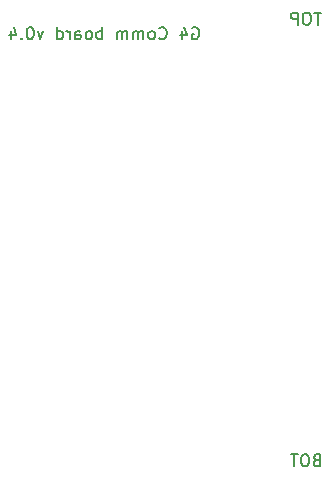
<source format=gbo>
%TF.GenerationSoftware,KiCad,Pcbnew,7.0.1*%
%TF.CreationDate,2023-04-03T23:37:46-04:00*%
%TF.ProjectId,comm_v0p4,636f6d6d-5f76-4307-9034-2e6b69636164,rev?*%
%TF.SameCoordinates,Original*%
%TF.FileFunction,Legend,Bot*%
%TF.FilePolarity,Positive*%
%FSLAX46Y46*%
G04 Gerber Fmt 4.6, Leading zero omitted, Abs format (unit mm)*
G04 Created by KiCad (PCBNEW 7.0.1) date 2023-04-03 23:37:46*
%MOMM*%
%LPD*%
G01*
G04 APERTURE LIST*
%ADD10C,0.203200*%
G04 APERTURE END LIST*
D10*
X87746666Y-88637830D02*
X87601523Y-88686211D01*
X87601523Y-88686211D02*
X87553142Y-88734592D01*
X87553142Y-88734592D02*
X87504761Y-88831354D01*
X87504761Y-88831354D02*
X87504761Y-88976497D01*
X87504761Y-88976497D02*
X87553142Y-89073259D01*
X87553142Y-89073259D02*
X87601523Y-89121640D01*
X87601523Y-89121640D02*
X87698285Y-89170020D01*
X87698285Y-89170020D02*
X88085333Y-89170020D01*
X88085333Y-89170020D02*
X88085333Y-88154020D01*
X88085333Y-88154020D02*
X87746666Y-88154020D01*
X87746666Y-88154020D02*
X87649904Y-88202401D01*
X87649904Y-88202401D02*
X87601523Y-88250782D01*
X87601523Y-88250782D02*
X87553142Y-88347544D01*
X87553142Y-88347544D02*
X87553142Y-88444306D01*
X87553142Y-88444306D02*
X87601523Y-88541068D01*
X87601523Y-88541068D02*
X87649904Y-88589449D01*
X87649904Y-88589449D02*
X87746666Y-88637830D01*
X87746666Y-88637830D02*
X88085333Y-88637830D01*
X86875809Y-88154020D02*
X86682285Y-88154020D01*
X86682285Y-88154020D02*
X86585523Y-88202401D01*
X86585523Y-88202401D02*
X86488761Y-88299163D01*
X86488761Y-88299163D02*
X86440380Y-88492687D01*
X86440380Y-88492687D02*
X86440380Y-88831354D01*
X86440380Y-88831354D02*
X86488761Y-89024878D01*
X86488761Y-89024878D02*
X86585523Y-89121640D01*
X86585523Y-89121640D02*
X86682285Y-89170020D01*
X86682285Y-89170020D02*
X86875809Y-89170020D01*
X86875809Y-89170020D02*
X86972571Y-89121640D01*
X86972571Y-89121640D02*
X87069333Y-89024878D01*
X87069333Y-89024878D02*
X87117714Y-88831354D01*
X87117714Y-88831354D02*
X87117714Y-88492687D01*
X87117714Y-88492687D02*
X87069333Y-88299163D01*
X87069333Y-88299163D02*
X86972571Y-88202401D01*
X86972571Y-88202401D02*
X86875809Y-88154020D01*
X86150095Y-88154020D02*
X85569523Y-88154020D01*
X85859809Y-89170020D02*
X85859809Y-88154020D01*
X77249865Y-52029601D02*
X77346627Y-51981220D01*
X77346627Y-51981220D02*
X77491770Y-51981220D01*
X77491770Y-51981220D02*
X77636913Y-52029601D01*
X77636913Y-52029601D02*
X77733675Y-52126363D01*
X77733675Y-52126363D02*
X77782056Y-52223125D01*
X77782056Y-52223125D02*
X77830437Y-52416649D01*
X77830437Y-52416649D02*
X77830437Y-52561792D01*
X77830437Y-52561792D02*
X77782056Y-52755316D01*
X77782056Y-52755316D02*
X77733675Y-52852078D01*
X77733675Y-52852078D02*
X77636913Y-52948840D01*
X77636913Y-52948840D02*
X77491770Y-52997220D01*
X77491770Y-52997220D02*
X77395008Y-52997220D01*
X77395008Y-52997220D02*
X77249865Y-52948840D01*
X77249865Y-52948840D02*
X77201484Y-52900459D01*
X77201484Y-52900459D02*
X77201484Y-52561792D01*
X77201484Y-52561792D02*
X77395008Y-52561792D01*
X76330627Y-52319887D02*
X76330627Y-52997220D01*
X76572532Y-51932840D02*
X76814437Y-52658554D01*
X76814437Y-52658554D02*
X76185484Y-52658554D01*
X74443770Y-52900459D02*
X74492151Y-52948840D01*
X74492151Y-52948840D02*
X74637294Y-52997220D01*
X74637294Y-52997220D02*
X74734056Y-52997220D01*
X74734056Y-52997220D02*
X74879199Y-52948840D01*
X74879199Y-52948840D02*
X74975961Y-52852078D01*
X74975961Y-52852078D02*
X75024342Y-52755316D01*
X75024342Y-52755316D02*
X75072723Y-52561792D01*
X75072723Y-52561792D02*
X75072723Y-52416649D01*
X75072723Y-52416649D02*
X75024342Y-52223125D01*
X75024342Y-52223125D02*
X74975961Y-52126363D01*
X74975961Y-52126363D02*
X74879199Y-52029601D01*
X74879199Y-52029601D02*
X74734056Y-51981220D01*
X74734056Y-51981220D02*
X74637294Y-51981220D01*
X74637294Y-51981220D02*
X74492151Y-52029601D01*
X74492151Y-52029601D02*
X74443770Y-52077982D01*
X73863199Y-52997220D02*
X73959961Y-52948840D01*
X73959961Y-52948840D02*
X74008342Y-52900459D01*
X74008342Y-52900459D02*
X74056723Y-52803697D01*
X74056723Y-52803697D02*
X74056723Y-52513411D01*
X74056723Y-52513411D02*
X74008342Y-52416649D01*
X74008342Y-52416649D02*
X73959961Y-52368268D01*
X73959961Y-52368268D02*
X73863199Y-52319887D01*
X73863199Y-52319887D02*
X73718056Y-52319887D01*
X73718056Y-52319887D02*
X73621294Y-52368268D01*
X73621294Y-52368268D02*
X73572913Y-52416649D01*
X73572913Y-52416649D02*
X73524532Y-52513411D01*
X73524532Y-52513411D02*
X73524532Y-52803697D01*
X73524532Y-52803697D02*
X73572913Y-52900459D01*
X73572913Y-52900459D02*
X73621294Y-52948840D01*
X73621294Y-52948840D02*
X73718056Y-52997220D01*
X73718056Y-52997220D02*
X73863199Y-52997220D01*
X73089104Y-52997220D02*
X73089104Y-52319887D01*
X73089104Y-52416649D02*
X73040723Y-52368268D01*
X73040723Y-52368268D02*
X72943961Y-52319887D01*
X72943961Y-52319887D02*
X72798818Y-52319887D01*
X72798818Y-52319887D02*
X72702056Y-52368268D01*
X72702056Y-52368268D02*
X72653675Y-52465030D01*
X72653675Y-52465030D02*
X72653675Y-52997220D01*
X72653675Y-52465030D02*
X72605294Y-52368268D01*
X72605294Y-52368268D02*
X72508532Y-52319887D01*
X72508532Y-52319887D02*
X72363389Y-52319887D01*
X72363389Y-52319887D02*
X72266628Y-52368268D01*
X72266628Y-52368268D02*
X72218247Y-52465030D01*
X72218247Y-52465030D02*
X72218247Y-52997220D01*
X71734437Y-52997220D02*
X71734437Y-52319887D01*
X71734437Y-52416649D02*
X71686056Y-52368268D01*
X71686056Y-52368268D02*
X71589294Y-52319887D01*
X71589294Y-52319887D02*
X71444151Y-52319887D01*
X71444151Y-52319887D02*
X71347389Y-52368268D01*
X71347389Y-52368268D02*
X71299008Y-52465030D01*
X71299008Y-52465030D02*
X71299008Y-52997220D01*
X71299008Y-52465030D02*
X71250627Y-52368268D01*
X71250627Y-52368268D02*
X71153865Y-52319887D01*
X71153865Y-52319887D02*
X71008722Y-52319887D01*
X71008722Y-52319887D02*
X70911961Y-52368268D01*
X70911961Y-52368268D02*
X70863580Y-52465030D01*
X70863580Y-52465030D02*
X70863580Y-52997220D01*
X69605675Y-52997220D02*
X69605675Y-51981220D01*
X69605675Y-52368268D02*
X69508913Y-52319887D01*
X69508913Y-52319887D02*
X69315389Y-52319887D01*
X69315389Y-52319887D02*
X69218627Y-52368268D01*
X69218627Y-52368268D02*
X69170246Y-52416649D01*
X69170246Y-52416649D02*
X69121865Y-52513411D01*
X69121865Y-52513411D02*
X69121865Y-52803697D01*
X69121865Y-52803697D02*
X69170246Y-52900459D01*
X69170246Y-52900459D02*
X69218627Y-52948840D01*
X69218627Y-52948840D02*
X69315389Y-52997220D01*
X69315389Y-52997220D02*
X69508913Y-52997220D01*
X69508913Y-52997220D02*
X69605675Y-52948840D01*
X68541294Y-52997220D02*
X68638056Y-52948840D01*
X68638056Y-52948840D02*
X68686437Y-52900459D01*
X68686437Y-52900459D02*
X68734818Y-52803697D01*
X68734818Y-52803697D02*
X68734818Y-52513411D01*
X68734818Y-52513411D02*
X68686437Y-52416649D01*
X68686437Y-52416649D02*
X68638056Y-52368268D01*
X68638056Y-52368268D02*
X68541294Y-52319887D01*
X68541294Y-52319887D02*
X68396151Y-52319887D01*
X68396151Y-52319887D02*
X68299389Y-52368268D01*
X68299389Y-52368268D02*
X68251008Y-52416649D01*
X68251008Y-52416649D02*
X68202627Y-52513411D01*
X68202627Y-52513411D02*
X68202627Y-52803697D01*
X68202627Y-52803697D02*
X68251008Y-52900459D01*
X68251008Y-52900459D02*
X68299389Y-52948840D01*
X68299389Y-52948840D02*
X68396151Y-52997220D01*
X68396151Y-52997220D02*
X68541294Y-52997220D01*
X67331770Y-52997220D02*
X67331770Y-52465030D01*
X67331770Y-52465030D02*
X67380151Y-52368268D01*
X67380151Y-52368268D02*
X67476913Y-52319887D01*
X67476913Y-52319887D02*
X67670437Y-52319887D01*
X67670437Y-52319887D02*
X67767199Y-52368268D01*
X67331770Y-52948840D02*
X67428532Y-52997220D01*
X67428532Y-52997220D02*
X67670437Y-52997220D01*
X67670437Y-52997220D02*
X67767199Y-52948840D01*
X67767199Y-52948840D02*
X67815580Y-52852078D01*
X67815580Y-52852078D02*
X67815580Y-52755316D01*
X67815580Y-52755316D02*
X67767199Y-52658554D01*
X67767199Y-52658554D02*
X67670437Y-52610173D01*
X67670437Y-52610173D02*
X67428532Y-52610173D01*
X67428532Y-52610173D02*
X67331770Y-52561792D01*
X66847961Y-52997220D02*
X66847961Y-52319887D01*
X66847961Y-52513411D02*
X66799580Y-52416649D01*
X66799580Y-52416649D02*
X66751199Y-52368268D01*
X66751199Y-52368268D02*
X66654437Y-52319887D01*
X66654437Y-52319887D02*
X66557675Y-52319887D01*
X65783580Y-52997220D02*
X65783580Y-51981220D01*
X65783580Y-52948840D02*
X65880342Y-52997220D01*
X65880342Y-52997220D02*
X66073866Y-52997220D01*
X66073866Y-52997220D02*
X66170628Y-52948840D01*
X66170628Y-52948840D02*
X66219009Y-52900459D01*
X66219009Y-52900459D02*
X66267390Y-52803697D01*
X66267390Y-52803697D02*
X66267390Y-52513411D01*
X66267390Y-52513411D02*
X66219009Y-52416649D01*
X66219009Y-52416649D02*
X66170628Y-52368268D01*
X66170628Y-52368268D02*
X66073866Y-52319887D01*
X66073866Y-52319887D02*
X65880342Y-52319887D01*
X65880342Y-52319887D02*
X65783580Y-52368268D01*
X64622438Y-52319887D02*
X64380533Y-52997220D01*
X64380533Y-52997220D02*
X64138628Y-52319887D01*
X63558057Y-51981220D02*
X63461295Y-51981220D01*
X63461295Y-51981220D02*
X63364533Y-52029601D01*
X63364533Y-52029601D02*
X63316152Y-52077982D01*
X63316152Y-52077982D02*
X63267771Y-52174744D01*
X63267771Y-52174744D02*
X63219390Y-52368268D01*
X63219390Y-52368268D02*
X63219390Y-52610173D01*
X63219390Y-52610173D02*
X63267771Y-52803697D01*
X63267771Y-52803697D02*
X63316152Y-52900459D01*
X63316152Y-52900459D02*
X63364533Y-52948840D01*
X63364533Y-52948840D02*
X63461295Y-52997220D01*
X63461295Y-52997220D02*
X63558057Y-52997220D01*
X63558057Y-52997220D02*
X63654819Y-52948840D01*
X63654819Y-52948840D02*
X63703200Y-52900459D01*
X63703200Y-52900459D02*
X63751581Y-52803697D01*
X63751581Y-52803697D02*
X63799962Y-52610173D01*
X63799962Y-52610173D02*
X63799962Y-52368268D01*
X63799962Y-52368268D02*
X63751581Y-52174744D01*
X63751581Y-52174744D02*
X63703200Y-52077982D01*
X63703200Y-52077982D02*
X63654819Y-52029601D01*
X63654819Y-52029601D02*
X63558057Y-51981220D01*
X62783962Y-52900459D02*
X62735581Y-52948840D01*
X62735581Y-52948840D02*
X62783962Y-52997220D01*
X62783962Y-52997220D02*
X62832343Y-52948840D01*
X62832343Y-52948840D02*
X62783962Y-52900459D01*
X62783962Y-52900459D02*
X62783962Y-52997220D01*
X61864723Y-52319887D02*
X61864723Y-52997220D01*
X62106628Y-51932840D02*
X62348533Y-52658554D01*
X62348533Y-52658554D02*
X61719580Y-52658554D01*
X88130476Y-50754020D02*
X87549904Y-50754020D01*
X87840190Y-51770020D02*
X87840190Y-50754020D01*
X87017714Y-50754020D02*
X86824190Y-50754020D01*
X86824190Y-50754020D02*
X86727428Y-50802401D01*
X86727428Y-50802401D02*
X86630666Y-50899163D01*
X86630666Y-50899163D02*
X86582285Y-51092687D01*
X86582285Y-51092687D02*
X86582285Y-51431354D01*
X86582285Y-51431354D02*
X86630666Y-51624878D01*
X86630666Y-51624878D02*
X86727428Y-51721640D01*
X86727428Y-51721640D02*
X86824190Y-51770020D01*
X86824190Y-51770020D02*
X87017714Y-51770020D01*
X87017714Y-51770020D02*
X87114476Y-51721640D01*
X87114476Y-51721640D02*
X87211238Y-51624878D01*
X87211238Y-51624878D02*
X87259619Y-51431354D01*
X87259619Y-51431354D02*
X87259619Y-51092687D01*
X87259619Y-51092687D02*
X87211238Y-50899163D01*
X87211238Y-50899163D02*
X87114476Y-50802401D01*
X87114476Y-50802401D02*
X87017714Y-50754020D01*
X86146857Y-51770020D02*
X86146857Y-50754020D01*
X86146857Y-50754020D02*
X85759809Y-50754020D01*
X85759809Y-50754020D02*
X85663047Y-50802401D01*
X85663047Y-50802401D02*
X85614666Y-50850782D01*
X85614666Y-50850782D02*
X85566285Y-50947544D01*
X85566285Y-50947544D02*
X85566285Y-51092687D01*
X85566285Y-51092687D02*
X85614666Y-51189449D01*
X85614666Y-51189449D02*
X85663047Y-51237830D01*
X85663047Y-51237830D02*
X85759809Y-51286211D01*
X85759809Y-51286211D02*
X86146857Y-51286211D01*
M02*

</source>
